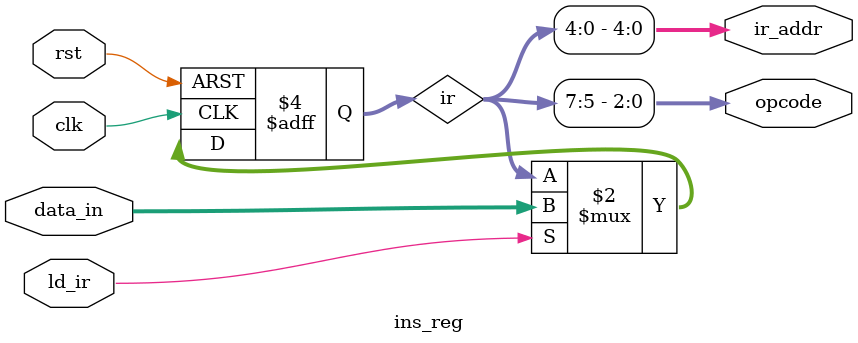
<source format=v>
`timescale 1ns / 1ps


module ins_reg(
    input clk,
    input rst,
    input ld_ir,
    input [7:0] data_in,
    output [2:0] opcode,
    output [4:0] ir_addr
);
    reg [7:0] ir;
    always @(posedge clk or posedge rst) begin
        if (rst)
            ir <= 8'b0;
        else if (ld_ir)
            ir <= data_in;
    end
    assign opcode = ir[7:5];  // 3 bit cao là opcode
    assign ir_addr = ir[4:0]; // 5 bit thấp là địa chỉ
endmodule

</source>
